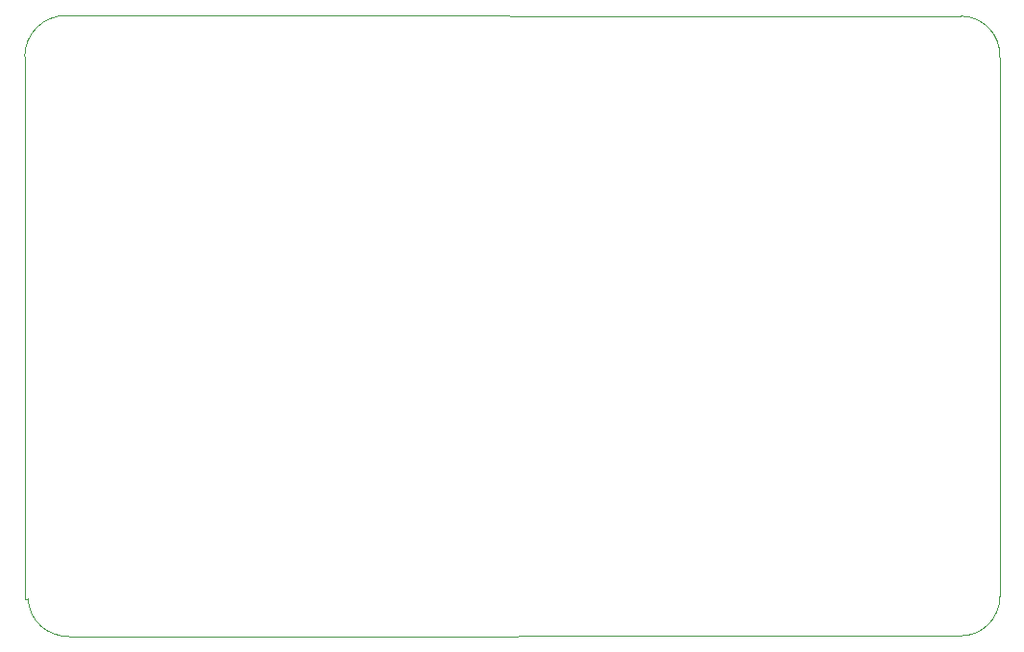
<source format=gbr>
%TF.GenerationSoftware,KiCad,Pcbnew,8.0.7*%
%TF.CreationDate,2024-12-29T12:34:30+05:30*%
%TF.ProjectId,Sketch,536b6574-6368-42e6-9b69-6361645f7063,v0.1*%
%TF.SameCoordinates,Original*%
%TF.FileFunction,Profile,NP*%
%FSLAX46Y46*%
G04 Gerber Fmt 4.6, Leading zero omitted, Abs format (unit mm)*
G04 Created by KiCad (PCBNEW 8.0.7) date 2024-12-29 12:34:30*
%MOMM*%
%LPD*%
G01*
G04 APERTURE LIST*
%TA.AperFunction,Profile*%
%ADD10C,0.050000*%
%TD*%
G04 APERTURE END LIST*
D10*
X96900000Y-121850000D02*
X97175000Y-121825000D01*
X96874656Y-74025000D02*
X96900000Y-121850000D01*
X96874656Y-74025000D02*
G75*
G02*
X100550000Y-70400001I3625344J0D01*
G01*
X179375000Y-70445565D02*
X100550000Y-70400000D01*
X179375000Y-70445565D02*
G75*
G02*
X182824999Y-74075000I0J-3454435D01*
G01*
X182825090Y-121650000D02*
X182825000Y-74075000D01*
X182825090Y-121650000D02*
G75*
G02*
X179350000Y-125099999I-3450090J0D01*
G01*
X100777202Y-125124903D02*
X179350000Y-125100000D01*
X100777202Y-125124903D02*
G75*
G02*
X97175001Y-121825000I-152202J3449903D01*
G01*
M02*

</source>
